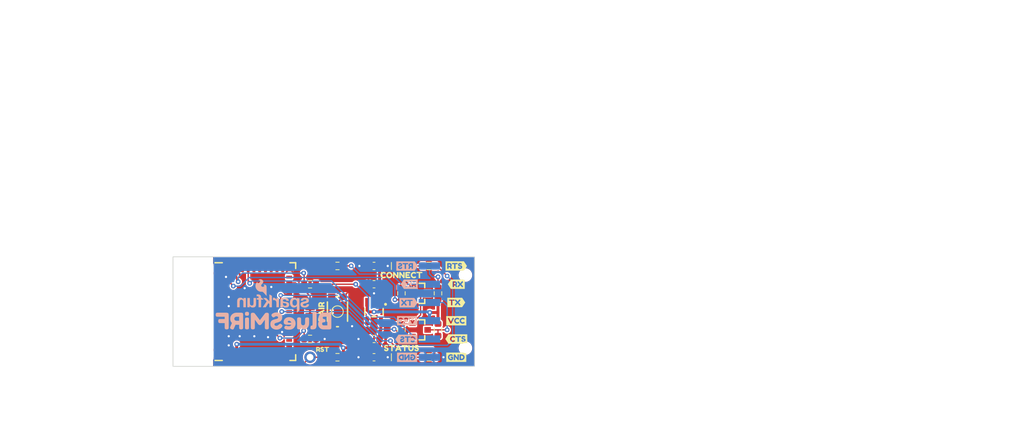
<source format=kicad_pcb>
(kicad_pcb (version 20221018) (generator pcbnew)
  (layers (0 "F.Cu" signal) (31 "B.Cu" signal) (34 "B.Paste" user) (35 "F.Paste" user) (36 "B.SilkS" user "B.Silkscreen") (37 "F.SilkS" user "F.Silkscreen") (38 "B.Mask" user) (39 "F.Mask" user) (44 "Edge.Cuts" user))
  (net 0 "")
  (net 1 "+3.3V")
  (net 2 "GND")
  (net 3 "VCC")
  (net 4 "Net-(D1-A)")
  (net 5 "Net-(D2-A)")
  (net 6 "RTS_HV")
  (net 7 "RX_HV")
  (net 8 "TX_HV")
  (net 9 "CTS_HV")
  (net 10 "TX_LV")
  (net 11 "RTS_LV")
  (net 12 "Net-(U1-EN)")
  (net 13 "Net-(U1-IO15)")
  (net 14 "RX_LV")
  (net 15 "CTS_LV")
  (net 35 "PAIR")
  (net 36 "Net-(JP1-A)")
  (net 37 "/Connect")
  (net 41 "/Status")
  (footprint "kibuzzard-64C4844B" (layer "F.Cu") (at 168.91 123.19)
    (fp_text reference "kibuzzard-64C4844B" hide)
    (fp_text value "G***" hide)
  )
  (footprint "SparkFun-Capacitor:C_0603_1608Metric" (layer "F.Cu") (at 157.48 128.27 180)
    (fp_text reference "C5")
    (fp_text value "10uF")
    (pad "1" smd roundrect (at -0.775 0 180) (size 0.9 0.95) (layers "F.Cu" "F.Paste" "F.Mask") (net 1 "+3.3V"))
    (pad "2" smd roundrect (at 0.775 0 180) (size 0.9 0.95) (layers "F.Cu" "F.Paste" "F.Mask") (net 2 "GND"))
  )
  (footprint "kibuzzard-64C47E89" (layer "F.Cu") (at 161.29 129.54)
    (fp_text reference "kibuzzard-64C47E89" hide)
    (fp_text value "G***" hide)
  )
  (footprint "kibuzzard-64C48159" (layer "F.Cu") (at 150.334054 129.720784)
    (fp_text reference "kibuzzard-64C48159" hide)
    (fp_text value "G***" hide)
  )
  (footprint "SparkFun-Jumper:SMT-JUMPER_2_NC_TRACE_NO-SILK" (layer "F.Cu") (at 148.59 124.46 90)
    (fp_text reference "JP1")
    (fp_text value "~")
    (fp_poly (pts (xy -0.25 -0.15) (xy 0.25 -0.15) (xy 0.25 0.15) (xy -0.25 0.15)) (fill solid) (layer "F.Cu"))
    (pad "1" smd rect (at -0.5207 0 90) (size 0.6604 1.27) (layers "F.Cu" "F.Mask") (net 36 "Net-(JP1-A)"))
    (pad "2" smd rect (at 0.5207 0 90) (size 0.6604 1.27) (layers "F.Cu" "F.Mask") (net 35 "PAIR"))
  )
  (footprint "SparkFun-LED:LED_0603_1608Metric" (layer "F.Cu") (at 161.29 118.11)
    (fp_text reference "D1")
    (fp_text value "Green")
    (pad "1" smd roundrect (at -0.7875 0) (size 0.875 0.95) (layers "F.Cu" "F.Paste" "F.Mask") (net 2 "GND"))
    (pad "2" smd roundrect (at 0.7875 0) (size 0.875 0.95) (layers "F.Cu" "F.Paste" "F.Mask") (net 4 "Net-(D1-A)"))
  )
  (footprint "SparkFun-Semiconductor-Standard:SOT23-3" (layer "F.Cu") (at 163.83 121.92)
    (fp_text reference "Q2")
    (fp_text value "Q_NMOS_DGS")
    (pad "1" smd rect (at -1 -0.95 270) (size 0.8 0.9) (layers "F.Cu" "F.Paste" "F.Mask") (net 1 "+3.3V"))
    (pad "2" smd rect (at -1 0.95 270) (size 0.8 0.9) (layers "F.Cu" "F.Paste" "F.Mask") (net 11 "RTS_LV"))
    (pad "3" smd rect (at 1.1 0 270) (size 0.8 0.9) (layers "F.Cu" "F.Paste" "F.Mask") (net 6 "RTS_HV"))
  )
  (footprint "SparkFun-Resistor:R_0603_1608Metric" (layer "F.Cu") (at 165.1 130.81 180)
    (fp_text reference "R3")
    (fp_text value "1k")
    (pad "1" smd roundrect (at -0.825 0 180) (size 0.8 0.95) (layers "F.Cu" "F.Paste" "F.Mask") (net 41 "/Status"))
    (pad "2" smd roundrect (at 0.825 0 180) (size 0.8 0.95) (layers "F.Cu" "F.Paste" "F.Mask") (net 5 "Net-(D2-A)"))
  )
  (footprint "kibuzzard-64C47E8F" (layer "F.Cu") (at 161.29 119.38)
    (fp_text reference "kibuzzard-64C47E8F" hide)
    (fp_text value "G***" hide)
  )
  (footprint "SparkFun-Resistor:R_0603_1608Metric" (layer "F.Cu") (at 161.29 127 -90)
    (fp_text reference "R5")
    (fp_text value "10k")
    (pad "1" smd roundrect (at -0.825 0 270) (size 0.8 0.95) (layers "F.Cu" "F.Paste" "F.Mask") (net 1 "+3.3V"))
    (pad "2" smd roundrect (at 0.825 0 270) (size 0.8 0.95) (layers "F.Cu" "F.Paste" "F.Mask") (net 10 "TX_LV"))
  )
  (footprint "SparkFun-Connector:1X01" (layer "F.Cu") (at 148.59 130.81 90)
    (fp_text reference "TP1")
    (fp_text value "TestPoint")
    (pad "1" thru_hole circle (at 0 0 180) (size 1.6 1.6) (drill 0.95) (layers "*.Cu" "*.Mask") (net 12 "Net-(U1-EN)"))
  )
  (footprint "SparkFun-Semiconductor-Standard:SOT23-5" (layer "F.Cu") (at 157.48 124.46 -90)
    (fp_text reference "U2")
    (fp_text value "AP2112K-3.3")
    (pad "1" smd rect (at -1.3001 -0.95 180) (size 0.55 1.2) (layers "F.Cu" "F.Paste" "F.Mask") (net 3 "VCC"))
    (pad "2" smd rect (at -1.3001 0 180) (size 0.55 1.2) (layers "F.Cu" "F.Paste" "F.Mask") (net 2 "GND"))
    (pad "3" smd rect (at -1.3001 0.95 180) (size 0.55 1.2) (layers "F.Cu" "F.Paste" "F.Mask") (net 3 "VCC"))
    (pad "4" smd rect (at 1.3001 0.95 180) (size 0.55 1.2) (layers "F.Cu" "F.Paste" "F.Mask"))
    (pad "5" smd rect (at 1.3001 -0.95 180) (size 0.55 1.2) (layers "F.Cu" "F.Paste" "F.Mask") (net 1 "+3.3V"))
  )
  (footprint "SparkFun-Aesthetic:Creative_Commons_License" (layer "F.Cu") (at 152.4 138.43)
    (fp_text reference "G2" hide)
    (fp_text value "OSHW_Logo" hide)
  )
  (footprint "SparkFun-Capacitor:C_0603_1608Metric" (layer "F.Cu") (at 157.48 120.65 180)
    (fp_text reference "C1")
    (fp_text value "10uF")
    (pad "1" smd roundrect (at -0.775 0 180) (size 0.9 0.95) (layers "F.Cu" "F.Paste" "F.Mask") (net 3 "VCC"))
    (pad "2" smd roundrect (at 0.775 0 180) (size 0.9 0.95) (layers "F.Cu" "F.Paste" "F.Mask") (net 2 "GND"))
  )
  (footprint "SparkFun-Resistor:R_0603_1608Metric" (layer "F.Cu") (at 148.59 120.65)
    (fp_text reference "R9")
    (fp_text value "1k")
    (pad "1" smd roundrect (at -0.825 0) (size 0.8 0.95) (layers "F.Cu" "F.Paste" "F.Mask") (net 15 "CTS_LV"))
    (pad "2" smd roundrect (at 0.825 0) (size 0.8 0.95) (layers "F.Cu" "F.Paste" "F.Mask") (net 9 "CTS_HV"))
  )
  (footprint "SparkFun-Capacitor:C_0603_1608Metric" (layer "F.Cu") (at 157.48 118.11 180)
    (fp_text reference "C3")
    (fp_text value "1.0uF")
    (pad "1" smd roundrect (at -0.775 0 180) (size 0.9 0.95) (layers "F.Cu" "F.Paste" "F.Mask") (net 3 "VCC"))
    (pad "2" smd roundrect (at 0.775 0 180) (size 0.9 0.95) (layers "F.Cu" "F.Paste" "F.Mask") (net 2 "GND"))
  )
  (footprint "kibuzzard-64C48496" (layer "F.Cu") (at 168.91 120.65)
    (fp_text reference "kibuzzard-64C48496" hide)
    (fp_text value "G***" hide)
  )
  (footprint "SparkFun-Aesthetic:Ordering_Instructions" (layer "F.Cu") (at 184.2242 81.355)
    (fp_text reference "U3" hide)
    (fp_text value "~" hide)
  )
  (footprint "kibuzzard-64C48455" (layer "F.Cu") (at 168.91 125.73)
    (fp_text reference "kibuzzard-64C48455" hide)
    (fp_text value "G***" hide)
  )
  (footprint "SparkFun-Resistor:R_0603_1608Metric" (layer "F.Cu") (at 152.4 130.81 180)
    (fp_text reference "R1")
    (fp_text value "10k")
    (pad "1" smd roundrect (at -0.825 0 180) (size 0.8 0.95) (layers "F.Cu" "F.Paste" "F.Mask") (net 1 "+3.3V"))
    (pad "2" smd roundrect (at 0.825 0 180) (size 0.8 0.95) (layers "F.Cu" "F.Paste" "F.Mask") (net 12 "Net-(U1-EN)"))
  )
  (footprint "SparkFun-Semiconductor-Standard:SOT23-3" (layer "F.Cu") (at 163.83 127)
    (fp_text reference "Q1")
    (fp_text value "Q_NMOS_DGS")
    (pad "1" smd rect (at -1 -0.95 270) (size 0.8 0.9) (layers "F.Cu" "F.Paste" "F.Mask") (net 1 "+3.3V"))
    (pad "2" smd rect (at -1 0.95 270) (size 0.8 0.9) (layers "F.Cu" "F.Paste" "F.Mask") (net 10 "TX_LV"))
    (pad "3" smd rect (at 1.1 0 270) (size 0.8 0.9) (layers "F.Cu" "F.Paste" "F.Mask") (net 8 "TX_HV"))
  )
  (footprint "SparkFun-Resistor:R_0603_1608Metric" (layer "F.Cu") (at 148.59 128.27)
    (fp_text reference "R10")
    (fp_text value "1k")
    (pad "1" smd roundrect (at -0.825 0) (size 0.8 0.95) (layers "F.Cu" "F.Paste" "F.Mask") (net 13 "Net-(U1-IO15)"))
    (pad "2" smd roundrect (at 0.825 0) (size 0.8 0.95) (layers "F.Cu" "F.Paste" "F.Mask") (net 2 "GND"))
  )
  (footprint "kibuzzard-64C48117" (layer "F.Cu") (at 150.17 124.46 90)
    (fp_text reference "kibuzzard-64C48117" hide)
    (fp_text value "G***" hide)
  )
  (footprint "SparkFun-Resistor:R_0603_1608Metric" (layer "F.Cu") (at 165.1 118.11 180)
    (fp_text reference "R2")
    (fp_text value "1k")
    (pad "1" smd roundrect (at -0.825 0 180) (size 0.8 0.95) (layers "F.Cu" "F.Paste" "F.Mask") (net 37 "/Connect"))
    (pad "2" smd roundrect (at 0.825 0 180) (size 0.8 0.95) (layers "F.Cu" "F.Paste" "F.Mask") (net 4 "Net-(D1-A)"))
  )
  (footprint "kibuzzard-64C4846C" (layer "F.Cu") (at 168.91 130.81)
    (fp_text reference "kibuzzard-64C4846C" hide)
    (fp_text value "G***" hide)
  )
  (footprint "SparkFun-RF:ESP32-MINI" (layer "F.Cu") (at 140.79 124.46 90)
    (fp_text reference "U1")
    (fp_text value "ESP32_Pico_Mini")
    (pad "1" smd rect (at -5.9 -4 180) (size 0.4 0.8) (layers "F.Cu" "F.Mask") (net 2 "GND"))
    (pad "2" smd rect (at -5.9 -3.2 180) (size 0.4 0.8) (layers "F.Cu" "F.Mask") (net 2 "GND"))
    (pad "3" smd rect (at -5.9 -2.4 180) (size 0.4 0.8) (layers "F.Cu" "F.Mask") (net 1 "+3.3V"))
    (pad "4" smd rect (at -5.9 -1.6 180) (size 0.4 0.8) (layers "F.Cu" "F.Mask"))
    (pad "5" smd rect (at -5.9 -0.8 180) (size 0.4 0.8) (layers "F.Cu" "F.Mask"))
    (pad "6" smd rect (at -5.9 0 180) (size 0.4 0.8) (layers "F.Cu" "F.Mask"))
    (pad "7" smd rect (at -5.9 0.8 180) (size 0.4 0.8) (layers "F.Cu" "F.Mask"))
    (pad "8" smd rect (at -5.9 1.6 180) (size 0.4 0.8) (layers "F.Cu" "F.Mask") (net 12 "Net-(U1-EN)"))
    (pad "9" smd rect (at -5.9 2.4 180) (size 0.4 0.8) (layers "F.Cu" "F.Mask"))
    (pad "10" smd rect (at -5.9 3.2 180) (size 0.4 0.8) (layers "F.Cu" "F.Mask"))
    (pad "11" smd rect (at -5.9 4 180) (size 0.4 0.8) (layers "F.Cu" "F.Mask") (net 2 "GND"))
    (pad "12" smd rect (at -4.8 4.9 270) (size 0.4 0.8) (layers "F.Cu" "F.Mask"))
    (pad "13" smd rect (at -4 4.9 270) (size 0.4 0.8) (layers "F.Cu" "F.Mask"))
    (pad "14" smd rect (at -3.2 4.9 270) (size 0.4 0.8) (layers "F.Cu" "F.Mask") (net 2 "GND"))
    (pad "15" smd rect (at -2.4 4.9 270) (size 0.4 0.8) (layers "F.Cu" "F.Mask"))
    (pad "16" smd rect (at -1.6 4.9 270) (size 0.4 0.8) (layers "F.Cu" "F.Mask"))
    (pad "17" smd rect (at -0.8 4.9 270) (size 0.4 0.8) (layers "F.Cu" "F.Mask"))
    (pad "18" smd rect (at 0 4.9 270) (size 0.4 0.8) (layers "F.Cu" "F.Mask") (net 37 "/Connect"))
    (pad "19" smd rect (at 0.8 4.9 270) (size 0.4 0.8) (layers "F.Cu" "F.Mask"))
    (pad "20" smd rect (at 1.6 4.9 270) (size 0.4 0.8) (layers "F.Cu" "F.Mask") (net 41 "/Status"))
    (pad "21" smd rect (at 2.4 4.9 270) (size 0.4 0.8) (layers "F.Cu" "F.Mask") (net 13 "Net-(U1-IO15)"))
    (pad "22" smd rect (at 3.2 4.9 270) (size 0.4 0.8) (layers "F.Cu" "F.Mask"))
    (pad "23" smd rect (at 4 4.9 270) (size 0.4 0.8) (layers "F.Cu" "F.Mask") (net 35 "PAIR"))
    (pad "24" smd rect (at 4.8 4.9 270) (size 0.4 0.8) (layers "F.Cu" "F.Mask"))
    (pad "25" smd rect (at 5.9 4) (size 0.4 0.8) (layers "F.Cu" "F.Mask"))
    (pad "26" smd rect (at 5.9 3.2) (size 0.4 0.8) (layers "F.Cu" "F.Mask"))
    (pad "27" smd rect (at 5.9 2.4) (size 0.4 0.8) (layers "F.Cu" "F.Mask"))
    (pad "28" smd rect (at 5.9 1.6) (size 0.4 0.8) (layers "F.Cu" "F.Mask"))
    (pad "29" smd rect (at 5.9 0.8) (size 0.4 0.8) (layers "F.Cu" "F.Mask"))
    (pad "30" smd rect (at 5.9 0) (size 0.4 0.8) (layers "F.Cu" "F.Mask") (net 14 "RX_LV"))
    (pad "31" smd rect (at 5.9 -0.8) (size 0.4 0.8) (layers "F.Cu" "F.Mask") (net 10 "TX_LV"))
    (pad "32" smd rect (at 5.9 -1.6) (size 0.4 0.8) (layers "F.Cu" "F.Mask"))
    (pad "33" smd rect (at 5.9 -2.4) (size 0.4 0.8) (layers "F.Cu" "F.Mask") (net 15 "CTS_LV"))
    (pad "34" smd rect (at 5.9 -3.2) (size 0.4 0.8) (layers "F.Cu" "F.Mask") (net 11 "RTS_LV"))
    (pad "35" smd rect (at 5.9 -4) (size 0.4 0.8) (layers "F.Cu" "F.Mask"))
    (pad "36" smd rect (at 4.8 -4.9 90) (size 0.4 0.8) (layers "F.Cu" "F.Mask") (net 2 "GND"))
    (pad "37" smd rect (at 4 -4.9 90) (size 0.4 0.8) (layers "F.Cu" "F.Mask") (net 2 "GND"))
    (pad "38" smd rect (at 3.2 -4.9 90) (size 0.4 0.8) (layers "F.Cu" "F.Mask") (net 2 "GND"))
    (pad "39" smd rect (at 2.4 -4.9 90) (size 0.4 0.8) (layers "F.Cu" "F.Mask") (net 2 "GND"))
    (pad "40" smd rect (at 1.6 -4.9 90) (size 0.4 0.8) (layers "F.Cu" "F.Mask") (net 2 "GND"))
    (pad "41" smd rect (at 0.8 -4.9 90) (size 0.4 0.8) (layers "F.Cu" "F.Mask") (net 2 "GND"))
    (pad "42" smd rect (at 0 -4.9 90) (size 0.4 0.8) (layers "F.Cu" "F.Mask") (net 2 "GND"))
    (pad "43" smd rect (at -0.8 -4.9 90) (size 0.4 0.8) (layers "F.Cu" "F.Mask") (net 2 "GND"))
    (pad "44" smd rect (at -1.6 -4.9 90) (size 0.4 0.8) (layers "F.Cu" "F.Mask") (net 2 "GND"))
    (pad "45" smd rect (at -2.4 -4.9 90) (size 0.4 0.8) (layers "F.Cu" "F.Mask") (net 2 "GND"))
    (pad "46" smd rect (at -3.2 -4.9 90) (size 0.4 0.8) (layers "F.Cu" "F.Mask") (net 2 "GND"))
    (pad "47" smd rect (at -4 -4.9 90) (size 0.4 0.8) (layers "F.Cu" "F.Mask") (net 2 "GND"))
    (pad "48" smd rect (at -4.8 -4.9 90) (size 0.4 0.8) (layers "F.Cu" "F.Mask") (net 2 "GND"))
    (pad "49.1" smd rect (at -1.975 -1.975 90) (size 1.45 1.45) (layers "F.Cu" "F.Mask") (net 2 "GND"))
    (pad "49.2" smd rect (at -1.975 0 90) (size 1.45 1.45) (layers "F.Cu" "F.Mask") (net 2 "GND"))
    (pad "49.3" smd rect (at -1.975 1.975 90) (size 1.45 1.45) (layers "F.Cu" "F.Mask") (net 2 "GND"))
    (pad "49.4" smd rect (at 0 1.975 90) (size 1.45 1.45) (layers "F.Cu" "F.Mask") (net 2 "GND"))
    (pad "49.5" smd rect (at 1.975 1.975 90) (size 1.45 1.45) (layers "F.Cu" "F.Mask") (net 2 "GND"))
    (pad "49.6" smd rect (at 1.975 0 90) (size 1.45 1.45) (layers "F.Cu" "F.Mask") (net 2 "GND"))
    (pad "49.7" smd rect (at 1.975 -1.975 90) (size 1.45 1.45) (layers "F.Cu" "F.Mask") (net 2 "GND"))
    (pad "49.8" smd rect (at 0 -1.975 90) (size 1.45 1.45) (layers "F.Cu" "F.Mask") (net 2 "GND"))
    (pad "49.9" smd rect (at 0 0 90) (size 1.45 1.45) (layers "F.Cu" "F.Mask") (net 2 "GND"))
    (pad "50" smd rect (at 5.95 -4.95 90) (size 0.7 0.7) (layers "F.Cu" "F.Mask") (net 2 "GND"))
    (pad "51" smd rect (at 5.95 4.95 90) (size 0.7 0.7) (layers "F.Cu" "F.Mask") (net 2 "GND"))
    (pad "52" smd rect (at -5.95 4.95 90) (size 0.7 0.7) (layers "F.Cu" "F.Mask") (net 2 "GND"))
    (pad "53" smd rect (at -5.95 -4.95 90) (size 0.7 0.7) (layers "F.Cu" "F.Mask") (net 2 "GND"))
    (zone (net 0) (net_name "") (layer "F.Cu") (connect_pads (clearance 0)) (min_thickness 0.25)
      (keepout (tracks not_allowed) (vias not_allowed) (pads not_allowed) (copperpour not_allowed) (footprints allowed))
      (fill (thermal_gap 0.5) (thermal_bridge_width 0.5))
      (polygon (pts (xy 135.19 131.06) (xy 135.19 117.86) (xy 129.79 117.86) (xy 129.79 131.06)))
    )
    (zone (net 0) (net_name "") (layer "B.Cu") (connect_pads (clearance 0)) (min_thickness 0.25)
      (keepout (tracks not_allowed) (vias not_allowed) (pads not_allowed) (copperpour not_allowed) (footprints allowed))
      (fill (thermal_gap 0.5) (thermal_bridge_width 0.5))
      (polygon (pts (xy 129.79 117.86) (xy 129.79 131.06) (xy 135.19 131.06) (xy 135.19 117.86)))
    )
  )
  (footprint "SparkFun-Resistor:R_0603_1608Metric" (layer "F.Cu") (at 166.37 121.92 90)
    (fp_text reference "R7")
    (fp_text value "10k")
    (pad "1" smd roundrect (at -0.825 0 90) (size 0.8 0.95) (layers "F.Cu" "F.Paste" "F.Mask") (net 3 "VCC"))
    (pad "2" smd roundrect (at 0.825 0 90) (size 0.8 0.95) (layers "F.Cu" "F.Paste" "F.Mask") (net 6 "RTS_HV"))
  )
  (footprint "SparkFun-Capacitor:C_0603_1608Metric" (layer "F.Cu") (at 157.48 130.81 180)
    (fp_text reference "C2")
    (fp_text value "1.0uF")
    (pad "1" smd roundrect (at -0.775 0 180) (size 0.9 0.95) (layers "F.Cu" "F.Paste" "F.Mask") (net 1 "+3.3V"))
    (pad "2" smd roundrect (at 0.775 0 180) (size 0.9 0.95) (layers "F.Cu" "F.Paste" "F.Mask") (net 2 "GND"))
  )
  (footprint "kibuzzard-64C484A1" (layer "F.Cu") (at 168.91 128.27)
    (fp_text reference "kibuzzard-64C484A1" hide)
    (fp_text value "G***" hide)
  )
  (footprint "SparkFun-Switch:Momentary_SMD_4.6x2.8mm" (layer "F.Cu") (at 152.4 124.46 90)
    (fp_text reference "SW1")
    (fp_text value "Switch")
    (pad "1" smd rect (at -2.05 -0.8 90) (size 0.9 1) (layers "F.Cu" "F.Paste" "F.Mask") (net 36 "Net-(JP1-A)"))
    (pad "1" smd rect (at 2.05 -0.8 90) (size 0.9 1) (layers "F.Cu" "F.Paste" "F.Mask") (net 36 "Net-(JP1-A)"))
    (pad "2" smd rect (at -2.05 0.8 90) (size 0.9 1) (layers "F.Cu" "F.Paste" "F.Mask") (net 2 "GND"))
    (pad "2" smd rect (at 2.05 0.8 90) (size 0.9 1) (layers "F.Cu" "F.Paste" "F.Mask") (net 2 "GND"))
  )
  (footprint "kibuzzard-64C48410" (layer "F.Cu") (at 168.91 118.11)
    (fp_text reference "kibuzzard-64C48410" hide)
    (fp_text value "G***" hide)
  )
  (footprint "SparkFun-LED:LED_0603_1608Metric" (layer "F.Cu") (at 161.29 130.81)
    (fp_text reference "D2")
    (fp_text value "Red")
    (pad "1" smd roundrect (at -0.7875 0) (size 0.875 0.95) (layers "F.Cu" "F.Paste" "F.Mask") (net 2 "GND"))
    (pad "2" smd roundrect (at 0.7875 0) (size 0.875 0.95) (layers "F.Cu" "F.Paste" "F.Mask") (net 5 "Net-(D2-A)"))
  )
  (footprint "SparkFun-Resistor:R_0603_1608Metric" (layer "F.Cu") (at 166.37 127 -90)
    (fp_text reference "R4")
    (fp_text value "10k")
    (pad "1" smd roundrect (at -0.825 0 270) (size 0.8 0.95) (layers "F.Cu" "F.Paste" "F.Mask") (net 3 "VCC"))
    (pad "2" smd roundrect (at 0.825 0 270) (size 0.8 0.95) (layers "F.Cu" "F.Paste" "F.Mask") (net 8 "TX_HV"))
  )
  (footprint "SparkFun-Resistor:R_0603_1608Metric" (layer "F.Cu") (at 152.4 118.11)
    (fp_text reference "R8")
    (fp_text value "1k")
    (pad "1" smd roundrect (at -0.825 0) (size 0.8 0.95) (layers "F.Cu" "F.Paste" "F.Mask") (net 14 "RX_LV"))
    (pad "2" smd roundrect (at 0.825 0) (size 0.8 0.95) (layers "F.Cu" "F.Paste" "F.Mask") (net 7 "RX_HV"))
  )
  (footprint "SparkFun-Resistor:R_0603_1608Metric" (layer "F.Cu") (at 161.29 121.92 -90)
    (fp_text reference "R6")
    (fp_text value "10k")
    (pad "1" smd roundrect (at -0.825 0 270) (size 0.8 0.95) (layers "F.Cu" "F.Paste" "F.Mask") (net 1 "+3.3V"))
    (pad "2" smd roundrect (at 0.825 0 270) (size 0.8 0.95) (layers "F.Cu" "F.Paste" "F.Mask") (net 11 "RTS_LV"))
  )
  (footprint "kibuzzard-64C48347" (layer "B.Cu") (at 162.37 120.65 180)
    (fp_text reference "kibuzzard-64C48347" hide)
    (fp_text value "G***" hide)
  )
  (footprint "kibuzzard-64C4837C" (layer "B.Cu") (at 162.07 125.72 180)
    (fp_text reference "kibuzzard-64C4837C" hide)
    (fp_text value "G***" hide)
  )
  (footprint "kibuzzard-64C484B8" (layer "B.Cu") (at 162.07 118.12 180)
    (fp_text reference "kibuzzard-64C484B8" hide)
    (fp_text value "G***" hide)
  )
  (footprint "kibuzzard-64C47F40" (layer "B.Cu") (at 143.51 125.73 180)
    (fp_text reference "kibuzzard-64C47F40" hide)
    (fp_text value "G***" hide)
  )
  (footprint "SparkFun-Aesthetic:SparkFun_Logo_10mm" (layer "B.Cu") (at 143.51 123.19 180)
    (fp_text reference "G***")
    (fp_text value "LOGO" hide)
  )
  (footprint "kibuzzard-64C483A5" (layer "B.Cu") (at 161.97 128.32 180)
    (fp_text reference "kibuzzard-64C483A5" hide)
    (fp_text value "G***" hide)
  )
  (footprint "SparkFun-Connector:1X06-SMD_RA_MALE" (layer "B.Cu") (at 170.18 124.46 -90)
    (fp_text reference "J2")
    (fp_text value "Conn_01x06")
    (pad "" np_thru_hole circle (at -5.08 0 270) (size 1.4 1.4) (drill 1.4) (layers "*.Cu" "*.Mask"))
    (pad "" np_thru_hole circle (at 5.08 0 270) (size 1.4 1.4) (drill 1.4) (layers "*.Cu" "*.Mask"))
    (pad "1" smd rect (at -6.35 5 180) (size 3 1) (layers "B.Cu" "B.Paste" "B.Mask") (net 6 "RTS_HV"))
    (pad "2" smd rect (at -3.81 5 180) (size 3 1) (layers "B.Cu" "B.Paste" "B.Mask") (net 7 "RX_HV"))
    (pad "3" smd rect (at -1.27 5 180) (size 3 1) (layers "B.Cu" "B.Paste" "B.Mask") (net 8 "TX_HV"))
    (pad "4" smd rect (at 1.27 5 180) (size 3 1) (layers "B.Cu" "B.Paste" "B.Mask") (net 3 "VCC"))
    (pad "5" smd rect (at 3.81 5 180) (size 3 1) (layers "B.Cu" "B.Paste" "B.Mask") (net 9 "CTS_HV"))
    (pad "6" smd rect (at 6.35 5 180) (size 3 1) (layers "B.Cu" "B.Paste" "B.Mask") (net 2 "GND"))
  )
  (footprint "kibuzzard-64C48505" (layer "B.Cu") (at 162.27 123.22 180)
    (fp_text reference "kibuzzard-64C48505" hide)
    (fp_text value "G***" hide)
  )
  (footprint "kibuzzard-64C483E5" (layer "B.Cu") (at 162.07 130.82 180)
    (fp_text reference "kibuzzard-64C483E5" hide)
    (fp_text value "G***" hide)
  )
  (gr_rect (start 129.54 116.84) (end 171.45 132.08) (stroke (width 0.1)) (fill none) (layer "Edge.Cuts"))
  (segment (start 158.43 127.001359) (end 158.255 127.176359) (width 0.4064) (layer "F.Cu") (net 1))
  (segment (start 138.39 129.01) (end 138.4 129) (width 0.4064) (layer "F.Cu") (net 1))
  (segment (start 162.705 121.095) (end 162.83 120.97) (width 0.1778) (layer "F.Cu") (net 1))
  (segment (start 163.957 124.923) (end 163.957 122.097) (width 0.1778) (layer "F.Cu") (net 1))
  (segment (start 158.255 129.5) (end 158.255 128.27) (width 0.4064) (layer "F.Cu") (net 1))
  (segment (start 159.49505 125.7601) (end 158.43 125.7601) (width 0.4064) (layer "F.Cu") (net 1))
  (segment (start 153.225 129.525) (end 153.2 129.5) (width 0.4064) (layer "F.Cu") (net 1))
  (segment (start 158.255 130.81) (end 158.255 129.5) (width 0.4064) (layer "F.Cu") (net 1))
  (segment (start 153.225 130.81) (end 153.225 129.525) (width 0.4064) (layer "F.Cu") (net 1))
  (segment (start 153.2 129.5) (end 158.255 129.5) (width 0.4064) (layer "F.Cu") (net 1))
  (segment (start 138.39 130.36) (end 138.39 129.01) (width 0.4064) (layer "F.Cu") (net 1))
  (segment (start 161.29 126.175) (end 159.90995 126.175) (width 0.4064) (layer "F.Cu") (net 1))
  (segment (start 162.705 126.175) (end 162.83 126.05) (width 0.1778) (layer "F.Cu") (net 1))
  (segment (start 159.90995 126.175) (end 159.49505 125.7601) (width 0.4064) (layer "F.Cu") (net 1))
  (segment (start 158.255 127.176359) (end 158.255 128.27) (width 0.4064) (layer "F.Cu") (net 1))
  (segment (start 162.83 126.05) (end 163.957 124.923) (width 0.1778) (layer "F.Cu") (net 1))
  (segment (start 163.957 122.097) (end 162.83 120.97) (width 0.1778) (layer "F.Cu") (net 1))
  (segment (start 161.29 121.095) (end 162.705 121.095) (width 0.1778) (layer "F.Cu") (net 1))
  (segment (start 161.29 126.175) (end 162.705 126.175) (width 0.1778) (layer "F.Cu") (net 1))
  (segment (start 158.43 125.7601) (end 158.43 127.001359) (width 0.4064) (layer "F.Cu") (net 1))
  (via (at 153.2 129.5) (size 0.6604) (drill 0.3048) (layers "F.Cu" "B.Cu") (net 1))
  (via (at 138.4 129) (size 0.6604) (drill 0.3048) (layers "F.Cu" "B.Cu") (net 1))
  (segment (start 138.4 129) (end 152.7 129) (width 0.4064) (layer "B.Cu") (net 1))
  (segment (start 152.7 129) (end 153.2 129.5) (width 0.4064) (layer "B.Cu") (net 1))
  (segment (start 154.414 126.51) (end 154.432 126.492) (width 0.1778) (layer "F.Cu") (net 2))
  (segment (start 145.06 127.66) (end 144.7 127.3) (width 0.4064) (layer "F.Cu") (net 2))
  (segment (start 135.84 129.31) (end 135.89 129.26) (width 0.1778) (layer "F.Cu") (net 2))
  (segment (start 143.2524 128.016) (end 142.748 128.016) (width 0.4064) (layer "F.Cu") (net 2))
  (segment (start 157.48 123.1599) (end 157.48 121.92) (width 0.5588) (layer "F.Cu") (net 2))
  (segment (start 145.69 127.66) (end 145.06 127.66) (width 0.4064) (layer "F.Cu") (net 2))
  (segment (start 137.186 129.26) (end 137.287 129.159) (width 0.1778) (layer "F.Cu") (net 2))
  (segment (start 144.79 130.36) (end 144.79 129.5536) (width 0.4064) (layer "F.Cu") (net 2))
  (segment (start 144.79 129.5536) (end 143.2524 128.016) (width 0.4064) (layer "F.Cu") (net 2))
  (via (at 142.748 128.016) (size 0.6604) (drill 0.3048) (layers "F.Cu" "B.Cu") (net 2))
  (via (at 137.287 129.159) (size 0.6604) (drill 0.3048) (layers "F.Cu" "B.Cu") (net 2))
  (via (at 144.7 127.3) (size 0.6604) (drill 0.3048) (layers "F.Cu" "B.Cu") (net 2))
  (via (at 140.843 127.889) (size 0.6604) (drill 0.3048) (layers "F.Cu" "B.Cu") (net 2))
  (via (at 136.906 119.634) (size 0.6604) (drill 0.3048) (layers "F.Cu" "B.Cu") (net 2))
  (via (at 159.385 118.11) (size 0.6604) (drill 0.3048) (layers "F.Cu" "B.Cu") (net 2))
  (via (at 137.287 127.889) (size 0.6604) (drill 0.3048) (layers "F.Cu" "B.Cu") (net 2))
  (via (at 137.287 122.428) (size 0.6604) (drill 0.3048) (layers "F.Cu" "B.Cu") (net 2))
  (via (at 154.432 126.492) (size 0.6604) (drill 0.3048) (layers "F.Cu" "B.Cu") (net 2))
  (via (at 159.385 130.81) (size 0.6604) (drill 0.3048) (layers "F.Cu" "B.Cu") (net 2))
  (via (at 139.5 121.2) (size 0.6604) (drill 0.3048) (layers "F.Cu" "B.Cu") (net 2))
  (via (at 155.321 128.27) (size 0.6604) (drill 0.3048) (layers "F.Cu" "B.Cu") (net 2))
  (via (at 155.321 130.81) (size 0.6604) (drill 0.3048) (layers "F.Cu" "B.Cu") (net 2))
  (via (at 138.811 127.889) (size 0.6604) (drill 0.3048) (layers "F.Cu" "B.Cu") (net 2))
  (via (at 150.622 128.27) (size 0.6604) (drill 0.3048) (layers "F.Cu" "B.Cu") (net 2))
  (via (at 157.48 121.92) (size 0.6604) (drill 0.3048) (layers "F.Cu" "B.Cu") (net 2))
  (via (at 143.2 121.031) (size 0.6604) (drill 0.3048) (layers "F.Cu" "B.Cu") (net 2))
  (via (at 137.287 123.7) (size 0.6604) (drill 0.3048) (layers "F.Cu" "B.Cu") (net 2))
  (via (at 155.448 118.11) (size 0.6604) (drill 0.3048) (layers "F.Cu" "B.Cu") (net 2))
  (via (at 167.132 130.81) (size 0.6604) (drill 0.3048) (layers "F.Cu" "B.Cu") (net 2))
  (segment (start 158.255 118.11) (end 158.255 120.65) (width 0.4064) (layer "F.Cu") (net 3))
  (segment (start 166.37 122.745) (end 166.37 124.587) (width 0.4064) (layer "F.Cu") (net 3))
  (segment (start 158.43 123.1599) (end 158.43 121.93) (width 0.4064) (layer "F.Cu") (net 3))
  (segment (start 158.255 121.755) (end 158.255 120.65) (width 0.4064) (layer "F.Cu") (net 3))
  (segment (start 156.748455 124.5) (end 157.48 124.5) (width 0.4064) (layer "F.Cu") (net 3))
  (segment (start 158.43 121.93) (end 158.255 121.755) (width 0.4064) (layer "F.Cu") (net 3))
  (segment (start 158.43 124.145) (end 158.43 123.1599) (width 0.4064) (layer "F.Cu") (net 3))
  (segment (start 156.53 123.1599) (end 156.53 124.281545) (width 0.4064) (layer "F.Cu") (net 3))
  (segment (start 157.48 124.5) (end 158.075 124.5) (width 0.4064) (layer "F.Cu") (net 3))
  (segment (start 165.227 124.587) (end 166.37 124.587) (width 0.4064) (layer "F.Cu") (net 3))
  (segment (start 156.53 124.281545) (end 156.748455 124.5) (width 0.4064) (layer "F.Cu") (net 3))
  (segment (start 158.075 124.5) (end 158.43 124.145) (width 0.4064) (layer "F.Cu") (net 3))
  (segment (start 166.37 126.175) (end 166.37 124.587) (width 0.4064) (layer "F.Cu") (net 3))
  (via (at 165.227 124.587) (size 0.6604) (drill 0.3048) (layers "F.Cu" "B.Cu") (net 3))
  (via (at 157.48 124.5) (size 0.6604) (drill 0.3048) (layers "F.Cu" "B.Cu") (net 3))
  (segment (start 165.18 125.73) (end 165.18 124.634) (width 0.4064) (layer "B.Cu") (net 3))
  (segment (start 165.14 124.5) (end 157.48 124.5) (width 0.4064) (layer "B.Cu") (net 3))
  (segment (start 165.18 125.73) (end 165.18 124.54) (width 0.4064) (layer "B.Cu") (net 3))
  (segment (start 165.18 124.634) (end 165.227 124.587) (width 0.4064) (layer "B.Cu") (net 3))
  (segment (start 165.18 124.54) (end 165.14 124.5) (width 0.4064) (layer "B.Cu") (net 3))
  (segment (start 162.0775 118.11) (end 164.275 118.11) (width 0.1778) (layer "F.Cu") (net 4))
  (segment (start 164.275 130.81) (end 162.0775 130.81) (width 0.1778) (layer "F.Cu") (net 5))
  (segment (start 165.545 121.92) (end 166.37 121.095) (width 0.1778) (layer "F.Cu") (net 6))
  (segment (start 164.93 121.92) (end 165.545 121.92) (width 0.1778) (layer "F.Cu") (net 6))
  (segment (start 166.37 121.095) (end 166.37 119.620298) (width 0.1778) (layer "F.Cu") (net 6))
  (via (at 166.37 119.620298) (size 0.6604) (drill 0.3048) (layers "F.Cu" "B.Cu") (net 6))
  (segment (start 166.37 119.620298) (end 165.594298 119.620298) (width 0.1778) (layer "B.Cu") (net 6))
  (segment (start 165.594298 119.620298) (end 165.18 119.206) (width 0.1778) (layer "B.Cu") (net 6))
  (segment (start 165.18 119.206) (end 165.18 118.11) (width 0.1778) (layer "B.Cu") (net 6))
  (segment (start 153.235 118.1) (end 153.225 118.11) (width 0.1778) (layer "F.Cu") (net 7))
  (segment (start 154.305 118.1) (end 153.235 118.1) (width 0.1778) (layer "F.Cu") (net 7))
  (via (at 154.305 118.1) (size 0.6604) (drill 0.3048) (layers "F.Cu" "B.Cu") (net 7))
  (segment (start 155.4421 119.2371) (end 159.8771 119.2371) (width 0.1778) (layer "B.Cu") (net 7))
  (segment (start 161.29 120.65) (end 165.18 120.65) (width 0.1778) (layer "B.Cu") (net 7))
  (segment (start 154.305 118.1) (end 155.4421 119.2371) (width 0.1778) (layer "B.Cu") (net 7))
  (segment (start 159.8771 119.2371) (end 161.29 120.65) (width 0.1778) (layer "B.Cu") (net 7))
  (segment (start 166.37 127) (end 164.93 127) (width 0.1778) (layer "F.Cu") (net 8))
  (segment (start 167.64 127) (end 166.37 127) (width 0.1778) (layer "F.Cu") (net 8))
  (segment (start 166.37 127.825) (end 166.37 127) (width 0.1778) (layer "F.Cu") (net 8))
  (via (at 167.64 127) (size 0.6604) (drill 0.3048) (layers "F.Cu" "B.Cu") (net 8))
  (segment (start 165.18 123.19) (end 167.132 123.19) (width 0.1778) (layer "B.Cu") (net 8))
  (segment (start 167.132 123.19) (end 167.64 123.698) (width 0.1778) (layer "B.Cu") (net 8))
  (segment (start 167.64 123.698) (end 167.64 127) (width 0.1778) (layer "B.Cu") (net 8))
  (segment (start 154.65 120.65) (end 154.7 120.6) (width 0.1778) (layer "F.Cu") (net 9))
  (segment (start 149.415 120.65) (end 154.65 120.65) (width 0.1778) (layer "F.Cu") (net 9))
  (segment (start 154.94 120.65) (end 154.65 120.65) (width 0.1778) (layer "F.Cu") (net 9))
  (via (at 154.94 120.65) (size 0.6604) (drill 0.3048) (layers "F.Cu" "B.Cu") (net 9))
  (segment (start 156.718 124.714) (end 156.718 122.428) (width 0.1778) (layer "B.Cu") (net 9))
  (segment (start 157.226 125.222) (end 156.718 124.714) (width 0.1778) (layer "B.Cu") (net 9))
  (segment (start 163.322 128.27) (end 160.274 125.222) (width 0.1778) (layer "B.Cu") (net 9))
  (segment (start 160.274 125.222) (end 157.226 125.222) (width 0.1778) (layer "B.Cu") (net 9))
  (segment (start 165.18 128.27) (end 163.322 128.27) (width 0.1778) (layer "B.Cu") (net 9))
  (segment (start 156.718 122.428) (end 154.94 120.65) (width 0.1778) (layer "B.Cu") (net 9))
  (segment (start 139.99 118.56) (end 139.99 120.305) (width 0.1778) (layer "F.Cu") (net 10))
  (segment (start 160.274 126.9079) (end 160.3729 126.9079) (width 0.1778) (layer "F.Cu") (net 10))
  (segment (start 139.99 120.305) (end 140.200917 120.515917) (width 0.1778) (layer "F.Cu") (net 10))
  (segment (start 161.415 127.95) (end 161.29 127.825) (width 0.1778) (layer "F.Cu") (net 10))
  (segment (start 160.3729 126.9079) (end 161.29 127.825) (width 0.1778) (layer "F.Cu") (net 10))
  (segment (start 162.83 127.95) (end 161.415 127.95) (width 0.1778) (layer "F.Cu") (net 10))
  (via (at 140.200917 120.515917) (size 0.6604) (drill 0.3048) (layers "F.Cu" "B.Cu") (net 10))
  (via (at 160.274 126.9079) (size 0.6604) (drill 0.3048) (layers "F.Cu" "B.Cu") (net 10))
  (segment (start 140.516834 120.2) (end 151.569 120.2) (width 0.1778) (layer "B.Cu") (net 10))
  (segment (start 151.569 120.2) (end 158.2769 126.9079) (width 0.1778) (layer "B.Cu") (net 10))
  (segment (start 140.200917 120.515917) (end 140.516834 120.2) (width 0.1778) (layer "B.Cu") (net 10))
  (segment (start 158.2769 126.9079) (end 160.274 126.9079) (width 0.1778) (layer "B.Cu") (net 10))
  (segment (start 162.83 122.87) (end 161.415 122.87) (width 0.1778) (layer "F.Cu") (net 11))
  (segment (start 161.226 122.809) (end 161.29 122.745) (width 0.1778) (layer "F.Cu") (net 11))
  (segment (start 160.3846 122.809) (end 161.226 122.809) (width 0.1778) (layer "F.Cu") (net 11))
  (segment (start 137.59 120.572) (end 137.922 120.904) (width 0.1778) (layer "F.Cu") (net 11))
  (segment (start 161.415 122.87) (end 161.29 122.745) (width 0.1778) (layer "F.Cu") (net 11))
  (segment (start 137.59 118.56) (end 137.59 120.572) (width 0.1778) (layer "F.Cu") (net 11))
  (via (at 160.3846 122.809) (size 0.6604) (drill 0.3048) (layers "F.Cu" "B.Cu") (net 11))
  (via (at 137.922 120.904) (size 0.6604) (drill 0.3048) (layers "F.Cu" "B.Cu") (net 11))
  (segment (start 160.3846 120.7606) (end 160.3846 122.809) (width 0.1778) (layer "B.Cu") (net 11))
  (segment (start 159.3431 119.7191) (end 160.3846 120.7606) (width 0.1778) (layer "B.Cu") (net 11))
  (segment (start 137.922 120.904) (end 137.9371 120.9191) (width 0.1778) (layer "B.Cu") (net 11))
  (segment (start 140.1229 119.7191) (end 159.3431 119.7191) (width 0.1778) (layer "B.Cu") (net 11))
  (segment (start 138.9229 120.9191) (end 140.1229 119.7191) (width 0.1778) (layer "B.Cu") (net 11))
  (segment (start 137.9371 120.9191) (end 138.9229 120.9191) (width 0.1778) (layer "B.Cu") (net 11))
  (segment (start 142.7 131.6) (end 142.39 131.29) (width 0.1778) (layer "F.Cu") (net 12))
  (segment (start 142.39 131.29) (end 142.39 130.36) (width 0.1778) (layer "F.Cu") (net 12))
  (segment (start 147.8 131.6) (end 142.7 131.6) (width 0.1778) (layer "F.Cu") (net 12))
  (segment (start 148.59 130.81) (end 147.8 131.6) (width 0.1778) (layer "F.Cu") (net 12))
  (segment (start 151.575 130.81) (end 148.59 130.81) (width 0.1778) (layer "F.Cu") (net 12))
  (segment (start 144.1 121.5) (end 143.891 121.709) (width 0.1778) (layer "F.Cu") (net 13))
  (segment (start 145.0715 121.963276) (end 144.608224 121.5) (width 0.1778) (layer "F.Cu") (net 13))
  (segment (start 145.69 122.06) (end 145.16 122.06) (width 0.1778) (layer "F.Cu") (net 13))
  (segment (start 144.608224 121.5) (end 144.1 121.5) (width 0.1778) (layer "F.Cu") (net 13))
  (segment (start 143.891 127.635) (end 144.399 128.143) (width 0.1778) (layer "F.Cu") (net 13))
  (segment (start 143.891 121.709) (end 143.891 127.635) (width 0.1778) (layer "F.Cu") (net 13))
  (segment (start 145.0715 121.9715) (end 145.0715 121.963276) (width 0.1778) (layer "F.Cu") (net 13))
  (segment (start 147.701 127.127) (end 147.765 127.191) (width 0.1778) (layer "F.Cu") (net 13))
  (segment (start 147.765 127.191) (end 147.765 128.27) (width 0.1778) (layer "F.Cu") (net 13))
  (segment (start 145.16 122.06) (end 145.0715 121.9715) (width 0.1778) (layer "F.Cu") (net 13))
  (via (at 147.701 127.127) (size 0.6604) (drill 0.3048) (layers "F.Cu" "B.Cu") (net 13))
  (via (at 144.399 128.143) (size 0.6604) (drill 0.3048) (layers "F.Cu" "B.Cu") (net 13))
  (segment (start 144.399 128.143) (end 146.685 128.143) (width 0.1778) (layer "B.Cu") (net 13))
  (segment (start 146.685 128.143) (end 147.701 127.127) (width 0.1778) (layer "B.Cu") (net 13))
  (segment (start 140.79 118.56) (end 140.79 117.61) (width 0.1778) (layer "F.Cu") (net 14))
  (segment (start 150.2 118.1) (end 151.565 118.1) (width 0.1778) (layer "F.Cu") (net 14))
  (segment (start 141 117.4) (end 149.5 117.4) (width 0.1778) (layer "F.Cu") (net 14))
  (segment (start 140.79 117.61) (end 141 117.4) (width 0.1778) (layer "F.Cu") (net 14))
  (segment (start 151.565 118.1) (end 151.575 118.11) (width 0.1778) (layer "F.Cu") (net 14))
  (segment (start 149.5 117.4) (end 150.2 118.1) (width 0.1778) (layer "F.Cu") (net 14))
  (segment (start 147.765 120.65) (end 147.765 119.165) (width 0.1778) (layer "F.Cu") (net 15))
  (segment (start 147.765 119.165) (end 147.7 119.1) (width 0.1778) (layer "F.Cu") (net 15))
  (segment (start 138.6 120.3) (end 138.39 120.09) (width 0.1778) (layer "F.Cu") (net 15))
  (segment (start 138.39 120.09) (end 138.39 118.56) (width 0.1778) (layer "F.Cu") (net 15))
  (via (at 138.6 120.3) (size 0.6604) (drill 0.3048) (layers "F.Cu" "B.Cu") (net 15))
  (via (at 147.7 119.1) (size 0.6604) (drill 0.3048) (layers "F.Cu" "B.Cu") (net 15))
  (segment (start 139.218 119.1) (end 138.6 119.718) (width 0.1778) (layer "B.Cu") (net 15))
  (segment (start 138.6 119.718) (end 138.6 120.3) (width 0.1778) (layer "B.Cu") (net 15))
  (segment (start 147.7 119.1) (end 139.218 119.1) (width 0.1778) (layer "B.Cu") (net 15))
  (segment (start 146.807272 120.696063) (end 146.571209 120.46) (width 0.1778) (layer "F.Cu") (net 35))
  (segment (start 147.32 121.793) (end 146.807272 121.280272) (width 0.1778) (layer "F.Cu") (net 35))
  (segment (start 148.082 121.793) (end 147.32 121.793) (width 0.1778) (layer "F.Cu") (net 35))
  (segment (start 148.59 123.9393) (end 148.59 122.301) (width 0.1778) (layer "F.Cu") (net 35))
  (segment (start 148.59 122.301) (end 148.082 121.793) (width 0.1778) (layer "F.Cu") (net 35))
  (segment (start 146.571209 120.46) (end 145.69 120.46) (width 0.1778) (layer "F.Cu") (net 35))
  (segment (start 146.807272 121.280272) (end 146.807272 120.696063) (width 0.1778) (layer "F.Cu") (net 35))
  (segment (start 151.6 126.51) (end 151.6 124.997705) (width 0.1778) (layer "F.Cu") (net 36))
  (segment (start 151.6 124.997705) (end 151.6 122.41) (width 0.1778) (layer "F.Cu") (net 36))
  (segment (start 151.582995 124.9807) (end 151.6 124.997705) (width 0.1778) (layer "F.Cu") (net 36))
  (segment (start 148.59 124.9807) (end 151.582995 124.9807) (width 0.1778) (layer "F.Cu") (net 36))
  (segment (start 145.69 124.46) (end 144.653 124.46) (width 0.1778) (layer "F.Cu") (net 37))
  (segment (start 165.925 118.11) (end 166.243 118.11) (width 0.1778) (layer "F.Cu") (net 37))
  (segment (start 166.243 118.11) (end 167.64 119.507) (width 0.1778) (layer "F.Cu") (net 37))
  (via (at 167.64 119.507) (size 0.6604) (drill 0.3048) (layers "F.Cu" "B.Cu") (net 37))
  (via (at 144.653 124.46) (size 0.6604) (drill 0.3048) (layers "F.Cu" "B.Cu") (net 37))
  (segment (start 158.70781 129.1431) (end 167.6559 129.1431) (width 0.1778) (layer "B.Cu") (net 37))
  (segment (start 154.02471 124.46) (end 158.70781 129.1431) (width 0.1778) (layer "B.Cu") (net 37))
  (segment (start 168.402 128.397) (end 168.402 120.396) (width 0.1778) (layer "B.Cu") (net 37))
  (segment (start 167.64 119.507) (end 168.402 120.269) (width 0.1778) (layer "B.Cu") (net 37))
  (segment (start 144.653 124.46) (end 154.02471 124.46) (width 0.1778) (layer "B.Cu") (net 37))
  (segment (start 167.6559 129.1431) (end 168.402 128.397) (width 0.1778) (layer "B.Cu") (net 37))
  (segment (start 168.402 120.269) (end 168.402 120.396) (width 0.1778) (layer "B.Cu") (net 37))
  (segment (start 165.608 129.54) (end 165.925 129.857) (width 0.1778) (layer "F.Cu") (net 41))
  (segment (start 160.655 129.54) (end 165.608 129.54) (width 0.1778) (layer "F.Cu") (net 41))
  (segment (start 165.925 129.857) (end 165.925 130.81) (width 0.1778) (layer "F.Cu") (net 41))
  (segment (start 145.69 122.86) (end 144.66 122.86) (width 0.1778) (layer "F.Cu") (net 41))
  (segment (start 159.766 128.651) (end 160.655 129.54) (width 0.1778) (layer "F.Cu") (net 41))
  (segment (start 159.766 128.524) (end 159.766 128.651) (width 0.1778) (layer "F.Cu") (net 41))
  (segment (start 144.5 122.7) (end 144.5 122.2) (width 0.1778) (layer "F.Cu") (net 41))
  (segment (start 144.66 122.86) (end 144.5 122.7) (width 0.1778) (layer "F.Cu") (net 41))
  (via (at 144.5 122.2) (size 0.6096) (drill 0.3048) (layers "F.Cu" "B.Cu") (net 41))
  (via (at 159.766 128.524) (size 0.6604) (drill 0.3048) (layers "F.Cu" "B.Cu") (net 41))
  (segment (start 144.5 122.2) (end 152.299 122.2) (width 0.1778) (layer "B.Cu") (net 41))
  (segment (start 158.623 128.524) (end 159.766 128.524) (width 0.1778) (layer "B.Cu") (net 41))
  (segment (start 152.299 122.2) (end 158.623 128.524) (width 0.1778) (layer "B.Cu") (net 41))
  (zone (net 2) (net_name "GND") (layers "F&B.Cu") (connect_pads (clearance 0.2032)) (min_thickness 0.2032) (fill yes (thermal_gap 0.2032) (thermal_bridge_width 0.2032))
    (polygon (pts (xy 135.128 132.08) (xy 135.128 116.84) (xy 171.45 116.84) (xy 171.45 132.08)))
  )
)
</source>
